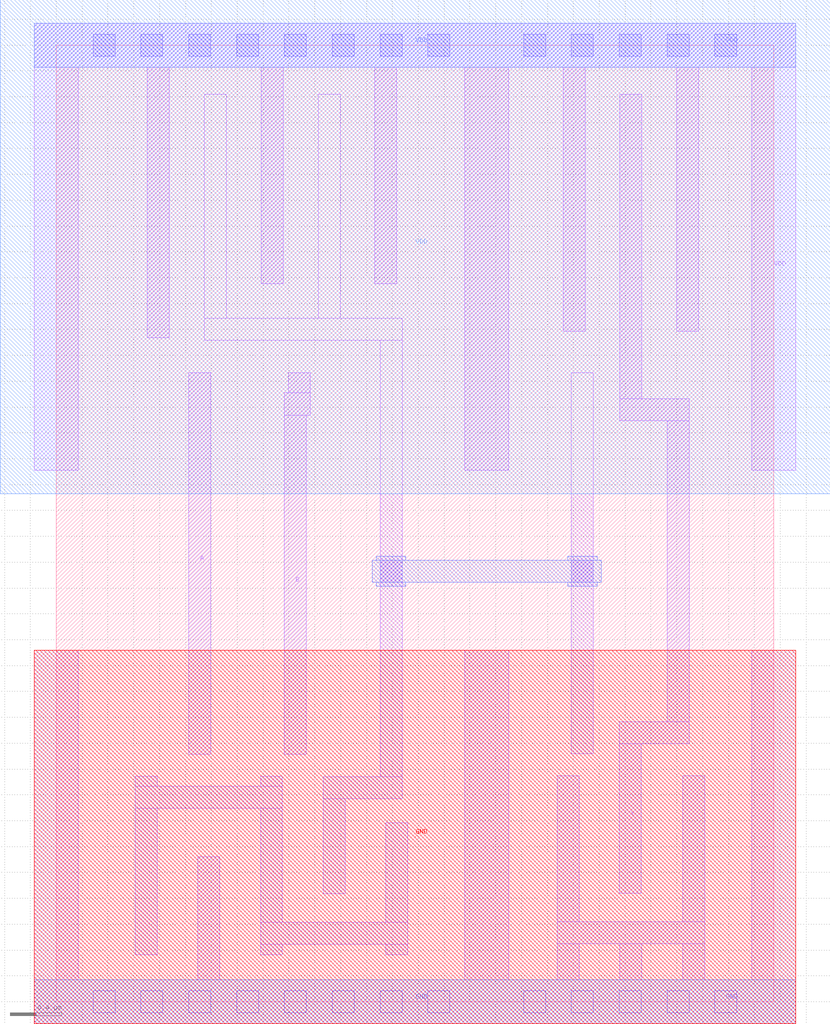
<source format=lef>
VERSION 5.7 ;
  NOWIREEXTENSIONATPIN ON ;
  DIVIDERCHAR "/" ;
  BUSBITCHARS "[]" ;
MACRO AND2X1
  CLASS CORE ;
  FOREIGN AND2X1 ;
  ORIGIN 0.000 0.000 ;
  SIZE 5.550 BY 7.400 ;
  SYMMETRY X Y R90 ;
  SITE unitrh ;
  PIN Y
    DIRECTION OUTPUT ;
    USE SIGNAL ;
    ANTENNADIFFAREA 0.771900 ;
    PORT
      LAYER li1 ;
        RECT 4.360 4.665 4.530 7.020 ;
        RECT 4.360 4.495 4.895 4.665 ;
        RECT 4.725 2.165 4.895 4.495 ;
        RECT 4.355 1.995 4.895 2.165 ;
        RECT 4.355 0.840 4.525 1.995 ;
    END
  END Y
  PIN A
    DIRECTION INPUT ;
    USE SIGNAL ;
    ANTENNAGATEAREA 1.033250 ;
    PORT
      LAYER li1 ;
        RECT 1.025 1.915 1.195 4.865 ;
    END
  END A
  PIN B
    DIRECTION INPUT ;
    USE SIGNAL ;
    ANTENNAGATEAREA 1.027250 ;
    PORT
      LAYER li1 ;
        RECT 1.795 4.710 1.965 4.865 ;
        RECT 1.765 4.535 1.965 4.710 ;
        RECT 1.765 1.915 1.935 4.535 ;
    END
  END B
  PIN VDD
    DIRECTION INOUT ;
    USE POWER ;
    SHAPE ABUTMENT ;
    PORT
      LAYER nwell ;
        RECT -0.435 3.930 5.985 7.750 ;
      LAYER li1 ;
        RECT -0.170 7.230 5.720 7.570 ;
        RECT -0.170 4.110 0.170 7.230 ;
        RECT 0.705 5.135 0.875 7.230 ;
        RECT 1.585 5.555 1.755 7.230 ;
        RECT 2.465 5.555 2.635 7.230 ;
        RECT 3.160 4.110 3.500 7.230 ;
        RECT 3.920 5.185 4.090 7.230 ;
        RECT 4.800 5.185 4.970 7.230 ;
        RECT 5.380 4.110 5.720 7.230 ;
      LAYER mcon ;
        RECT 0.285 7.315 0.455 7.485 ;
        RECT 0.655 7.315 0.825 7.485 ;
        RECT 1.025 7.315 1.195 7.485 ;
        RECT 1.395 7.315 1.565 7.485 ;
        RECT 1.765 7.315 1.935 7.485 ;
        RECT 2.135 7.315 2.305 7.485 ;
        RECT 2.505 7.315 2.675 7.485 ;
        RECT 2.875 7.315 3.045 7.485 ;
        RECT 3.615 7.315 3.785 7.485 ;
        RECT 3.985 7.315 4.155 7.485 ;
        RECT 4.355 7.315 4.525 7.485 ;
        RECT 4.725 7.315 4.895 7.485 ;
        RECT 5.095 7.315 5.265 7.485 ;
      LAYER met1 ;
        RECT -0.170 7.230 5.720 7.570 ;
    END
  END VDD
  PIN GND
    DIRECTION INOUT ;
    USE GROUND ;
    SHAPE ABUTMENT ;
    PORT
      LAYER pwell ;
        RECT -0.170 -0.170 5.720 2.720 ;
      LAYER li1 ;
        RECT -0.170 0.170 0.170 2.720 ;
        RECT 1.095 0.170 1.265 1.120 ;
        RECT 3.160 0.170 3.500 2.720 ;
        RECT 3.875 0.620 4.045 1.750 ;
        RECT 4.845 0.620 5.015 1.750 ;
        RECT 3.875 0.450 5.015 0.620 ;
        RECT 3.875 0.170 4.045 0.450 ;
        RECT 4.360 0.170 4.530 0.450 ;
        RECT 4.845 0.170 5.015 0.450 ;
        RECT 5.380 0.170 5.720 2.720 ;
        RECT -0.170 -0.170 5.720 0.170 ;
      LAYER mcon ;
        RECT 0.285 -0.085 0.455 0.085 ;
        RECT 0.655 -0.085 0.825 0.085 ;
        RECT 1.025 -0.085 1.195 0.085 ;
        RECT 1.395 -0.085 1.565 0.085 ;
        RECT 1.765 -0.085 1.935 0.085 ;
        RECT 2.135 -0.085 2.305 0.085 ;
        RECT 2.505 -0.085 2.675 0.085 ;
        RECT 2.875 -0.085 3.045 0.085 ;
        RECT 3.615 -0.085 3.785 0.085 ;
        RECT 3.985 -0.085 4.155 0.085 ;
        RECT 4.355 -0.085 4.525 0.085 ;
        RECT 4.725 -0.085 4.895 0.085 ;
        RECT 5.095 -0.085 5.265 0.085 ;
      LAYER met1 ;
        RECT -0.170 -0.170 5.720 0.170 ;
    END
  END GND
  OBS
      LAYER li1 ;
        RECT 1.145 5.285 1.315 7.020 ;
        RECT 2.025 5.285 2.195 7.020 ;
        RECT 1.145 5.115 2.675 5.285 ;
        RECT 0.610 1.665 0.780 1.745 ;
        RECT 1.580 1.665 1.750 1.745 ;
        RECT 2.505 1.740 2.675 5.115 ;
        RECT 3.985 1.920 4.155 4.865 ;
        RECT 0.610 1.495 1.750 1.665 ;
        RECT 0.610 0.365 0.780 1.495 ;
        RECT 1.580 0.615 1.750 1.495 ;
        RECT 2.065 1.570 2.675 1.740 ;
        RECT 2.065 0.835 2.235 1.570 ;
        RECT 2.550 0.615 2.720 1.385 ;
        RECT 1.580 0.445 2.720 0.615 ;
        RECT 1.580 0.365 1.750 0.445 ;
        RECT 2.550 0.365 2.720 0.445 ;
      LAYER mcon ;
        RECT 2.505 3.245 2.675 3.415 ;
        RECT 3.985 3.245 4.155 3.415 ;
      LAYER met1 ;
        RECT 2.475 3.415 2.705 3.445 ;
        RECT 3.955 3.415 4.185 3.445 ;
        RECT 2.445 3.245 4.215 3.415 ;
        RECT 2.475 3.215 2.705 3.245 ;
        RECT 3.955 3.215 4.185 3.245 ;
  END
END AND2X1
END LIBRARY


</source>
